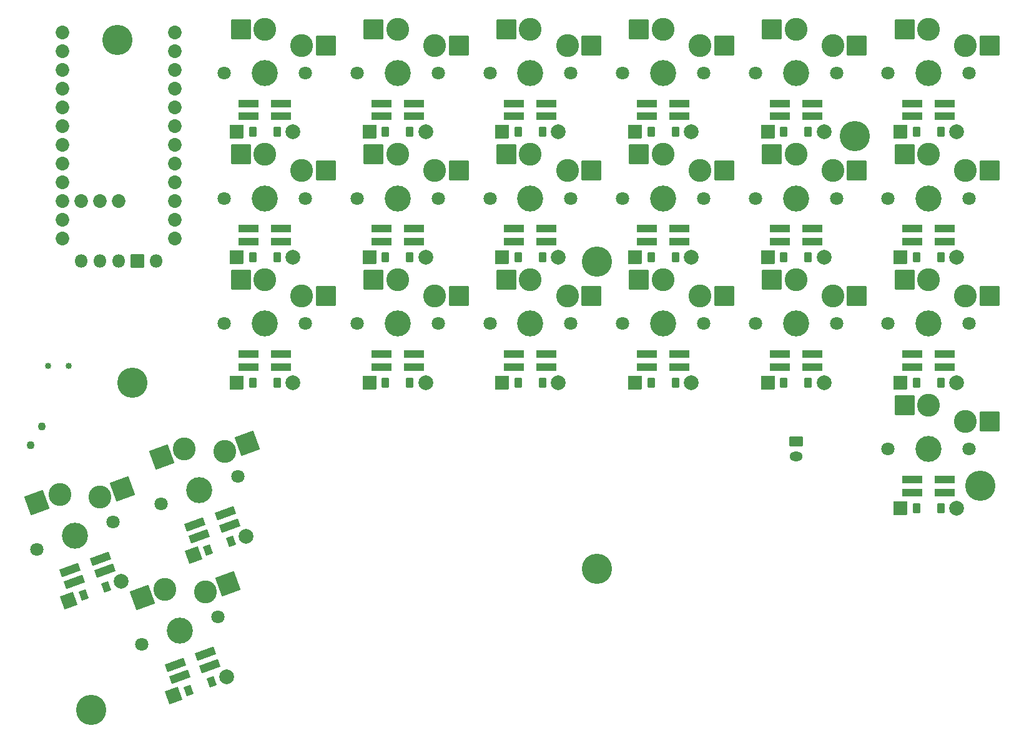
<source format=gbr>
%TF.GenerationSoftware,KiCad,Pcbnew,8.0.5*%
%TF.CreationDate,2024-09-15T18:22:07-04:00*%
%TF.ProjectId,theguy2,74686567-7579-4322-9e6b-696361645f70,v1.0.0*%
%TF.SameCoordinates,Original*%
%TF.FileFunction,Soldermask,Bot*%
%TF.FilePolarity,Negative*%
%FSLAX46Y46*%
G04 Gerber Fmt 4.6, Leading zero omitted, Abs format (unit mm)*
G04 Created by KiCad (PCBNEW 8.0.5) date 2024-09-15 18:22:07*
%MOMM*%
%LPD*%
G01*
G04 APERTURE LIST*
G04 Aperture macros list*
%AMRoundRect*
0 Rectangle with rounded corners*
0 $1 Rounding radius*
0 $2 $3 $4 $5 $6 $7 $8 $9 X,Y pos of 4 corners*
0 Add a 4 corners polygon primitive as box body*
4,1,4,$2,$3,$4,$5,$6,$7,$8,$9,$2,$3,0*
0 Add four circle primitives for the rounded corners*
1,1,$1+$1,$2,$3*
1,1,$1+$1,$4,$5*
1,1,$1+$1,$6,$7*
1,1,$1+$1,$8,$9*
0 Add four rect primitives between the rounded corners*
20,1,$1+$1,$2,$3,$4,$5,0*
20,1,$1+$1,$4,$5,$6,$7,0*
20,1,$1+$1,$6,$7,$8,$9,0*
20,1,$1+$1,$8,$9,$2,$3,0*%
G04 Aperture macros list end*
%ADD10C,1.100000*%
%ADD11RoundRect,0.050000X-1.300000X-0.500000X1.300000X-0.500000X1.300000X0.500000X-1.300000X0.500000X0*%
%ADD12C,1.801800*%
%ADD13C,3.100000*%
%ADD14C,3.529000*%
%ADD15RoundRect,0.050000X-1.300000X-1.300000X1.300000X-1.300000X1.300000X1.300000X-1.300000X1.300000X0*%
%ADD16C,4.100000*%
%ADD17C,1.852600*%
%ADD18RoundRect,0.050000X-0.889000X-0.889000X0.889000X-0.889000X0.889000X0.889000X-0.889000X0.889000X0*%
%ADD19RoundRect,0.050000X-0.450000X-0.600000X0.450000X-0.600000X0.450000X0.600000X-0.450000X0.600000X0*%
%ADD20C,2.005000*%
%ADD21RoundRect,0.050000X-0.776974X-1.666227X1.666227X-0.776974X0.776974X1.666227X-1.666227X0.776974X0*%
%ADD22RoundRect,0.050000X-0.531331X-1.139443X1.139443X-0.531331X0.531331X1.139443X-1.139443X0.531331X0*%
%ADD23RoundRect,0.050000X-0.217650X-0.717725X0.628074X-0.409907X0.217650X0.717725X-0.628074X0.409907X0*%
%ADD24RoundRect,0.050000X-0.850000X0.600000X-0.850000X-0.600000X0.850000X-0.600000X0.850000X0.600000X0*%
%ADD25O,1.800000X1.300000*%
%ADD26C,0.850000*%
%ADD27O,1.800000X1.800000*%
%ADD28RoundRect,0.050000X-0.850000X-0.850000X0.850000X-0.850000X0.850000X0.850000X-0.850000X0.850000X0*%
%ADD29RoundRect,0.050000X-1.050590X-0.914472X1.392610X-0.025220X1.050590X0.914472X-1.392610X0.025220X0*%
G04 APERTURE END LIST*
D10*
%TO.C,T1*%
X177025000Y-105449038D03*
X178525000Y-102850962D03*
%TD*%
D11*
%TO.C,LED4*%
X296575000Y-111825000D03*
X296575000Y-110075000D03*
X300975000Y-110075000D03*
X300975000Y-111825000D03*
%TD*%
%TO.C,LED8*%
X278575000Y-94825000D03*
X278575000Y-93075000D03*
X282975000Y-93075000D03*
X282975000Y-94825000D03*
%TD*%
D12*
%TO.C,S17*%
X221275000Y-88950000D03*
D13*
X226775000Y-83000000D03*
D14*
X226775000Y-88950000D03*
D13*
X231775000Y-85200000D03*
D12*
X232275000Y-88950000D03*
D15*
X223500000Y-83000000D03*
X235050000Y-85200000D03*
%TD*%
D16*
%TO.C,*%
X253775000Y-122200000D03*
%TD*%
D12*
%TO.C,S14*%
X239275000Y-88950000D03*
D13*
X244775000Y-83000000D03*
D14*
X244775000Y-88950000D03*
D13*
X249775000Y-85200000D03*
D12*
X250275000Y-88950000D03*
D15*
X241500000Y-83000000D03*
X253050000Y-85200000D03*
%TD*%
D16*
%TO.C,*%
X288775000Y-63500000D03*
%TD*%
D17*
%TO.C,MCU1*%
X196595000Y-49480000D03*
X196595000Y-52020000D03*
X196595000Y-54560000D03*
X196595000Y-57100000D03*
X196595000Y-59640000D03*
X196595000Y-62180000D03*
X196595000Y-64720000D03*
X196595000Y-67260000D03*
X196595000Y-69800000D03*
X196595000Y-72340000D03*
X196595000Y-74880000D03*
X196595000Y-77420000D03*
X181355000Y-77420000D03*
X181355000Y-74880000D03*
X181355000Y-72340000D03*
X181355000Y-69800000D03*
X181355000Y-67260000D03*
X181355000Y-64720000D03*
X181355000Y-62180000D03*
X181355000Y-59640000D03*
X181355000Y-57100000D03*
X181355000Y-54560000D03*
X181355000Y-52020000D03*
X181355000Y-49480000D03*
X183895000Y-72340000D03*
X186435000Y-72340000D03*
X188975000Y-72340000D03*
%TD*%
D11*
%TO.C,LED17*%
X224575000Y-94825000D03*
X224575000Y-93075000D03*
X228975000Y-93075000D03*
X228975000Y-94825000D03*
%TD*%
D18*
%TO.C,D6*%
X294965000Y-79950000D03*
D19*
X297125000Y-79950000D03*
X300425000Y-79950000D03*
D20*
X302585000Y-79950000D03*
%TD*%
D11*
%TO.C,LED6*%
X296575000Y-77825000D03*
X296575000Y-76075000D03*
X300975000Y-76075000D03*
X300975000Y-77825000D03*
%TD*%
D12*
%TO.C,S11*%
X257275000Y-88950000D03*
D13*
X262775000Y-83000000D03*
D14*
X262775000Y-88950000D03*
D13*
X267775000Y-85200000D03*
D12*
X268275000Y-88950000D03*
D15*
X259500000Y-83000000D03*
X271050000Y-85200000D03*
%TD*%
D12*
%TO.C,S13*%
X257275000Y-54950000D03*
D13*
X262775000Y-49000000D03*
D14*
X262775000Y-54950000D03*
D13*
X267775000Y-51200000D03*
D12*
X268275000Y-54950000D03*
D15*
X259500000Y-49000000D03*
X271050000Y-51200000D03*
%TD*%
D11*
%TO.C,LED10*%
X278575000Y-60825000D03*
X278575000Y-59075000D03*
X282975000Y-59075000D03*
X282975000Y-60825000D03*
%TD*%
%TO.C,LED5*%
X296575000Y-94825000D03*
X296575000Y-93075000D03*
X300975000Y-93075000D03*
X300975000Y-94825000D03*
%TD*%
D18*
%TO.C,D11*%
X258965000Y-96950000D03*
D19*
X261125000Y-96950000D03*
X264425000Y-96950000D03*
D20*
X266585000Y-96950000D03*
%TD*%
D11*
%TO.C,LED15*%
X242575000Y-77825000D03*
X242575000Y-76075000D03*
X246975000Y-76075000D03*
X246975000Y-77825000D03*
%TD*%
D18*
%TO.C,D7*%
X294965000Y-62950000D03*
D19*
X297125000Y-62950000D03*
X300425000Y-62950000D03*
D20*
X302585000Y-62950000D03*
%TD*%
D12*
%TO.C,S23*%
X194735183Y-113423158D03*
D13*
X197868472Y-105950876D03*
D14*
X199903492Y-111542047D03*
D13*
X203319380Y-106308099D03*
D12*
X205071801Y-109660936D03*
D21*
X194790979Y-107070992D03*
X206396873Y-105187983D03*
%TD*%
D18*
%TO.C,D12*%
X258965000Y-79950000D03*
D19*
X261125000Y-79950000D03*
X264425000Y-79950000D03*
D20*
X266585000Y-79950000D03*
%TD*%
D16*
%TO.C,*%
X185217332Y-141363460D03*
%TD*%
D11*
%TO.C,LED14*%
X242575000Y-94825000D03*
X242575000Y-93075000D03*
X246975000Y-93075000D03*
X246975000Y-94825000D03*
%TD*%
D18*
%TO.C,D8*%
X276965000Y-96950000D03*
D19*
X279125000Y-96950000D03*
X282425000Y-96950000D03*
D20*
X284585000Y-96950000D03*
%TD*%
D18*
%TO.C,D13*%
X258965000Y-62950000D03*
D19*
X261125000Y-62950000D03*
X264425000Y-62950000D03*
D20*
X266585000Y-62950000D03*
%TD*%
D18*
%TO.C,D19*%
X222965000Y-62950000D03*
D19*
X225125000Y-62950000D03*
X228425000Y-62950000D03*
D20*
X230585000Y-62950000D03*
%TD*%
D11*
%TO.C,LED18*%
X224575000Y-77825000D03*
X224575000Y-76075000D03*
X228975000Y-76075000D03*
X228975000Y-77825000D03*
%TD*%
D12*
%TO.C,S15*%
X239275000Y-71950000D03*
D13*
X244775000Y-66000000D03*
D14*
X244775000Y-71950000D03*
D13*
X249775000Y-68200000D03*
D12*
X250275000Y-71950000D03*
D15*
X241500000Y-66000000D03*
X253050000Y-68200000D03*
%TD*%
D18*
%TO.C,D17*%
X222965000Y-96950000D03*
D19*
X225125000Y-96950000D03*
X228425000Y-96950000D03*
D20*
X230585000Y-96950000D03*
%TD*%
D16*
%TO.C,*%
X305775000Y-110950000D03*
%TD*%
D11*
%TO.C,LED21*%
X206575000Y-77825000D03*
X206575000Y-76075000D03*
X210975000Y-76075000D03*
X210975000Y-77825000D03*
%TD*%
D18*
%TO.C,D5*%
X294965000Y-96950000D03*
D19*
X297125000Y-96950000D03*
X300425000Y-96950000D03*
D20*
X302585000Y-96950000D03*
%TD*%
D12*
%TO.C,S20*%
X203275000Y-88950000D03*
D13*
X208775000Y-83000000D03*
D14*
X208775000Y-88950000D03*
D13*
X213775000Y-85200000D03*
D12*
X214275000Y-88950000D03*
D15*
X205500000Y-83000000D03*
X217050000Y-85200000D03*
%TD*%
D18*
%TO.C,D20*%
X204965000Y-96950000D03*
D19*
X207125000Y-96950000D03*
X210425000Y-96950000D03*
D20*
X212585000Y-96950000D03*
%TD*%
D11*
%TO.C,LED19*%
X224575000Y-60825000D03*
X224575000Y-59075000D03*
X228975000Y-59075000D03*
X228975000Y-60825000D03*
%TD*%
D18*
%TO.C,D10*%
X276965000Y-62950000D03*
D19*
X279125000Y-62950000D03*
X282425000Y-62950000D03*
D20*
X284585000Y-62950000D03*
%TD*%
D12*
%TO.C,S16*%
X239275000Y-54950000D03*
D13*
X244775000Y-49000000D03*
D14*
X244775000Y-54950000D03*
D13*
X249775000Y-51200000D03*
D12*
X250275000Y-54950000D03*
D15*
X241500000Y-49000000D03*
X253050000Y-51200000D03*
%TD*%
D22*
%TO.C,D25*%
X196416533Y-139415640D03*
D23*
X198446269Y-138676876D03*
X201547255Y-137548210D03*
D20*
X203576991Y-136809446D03*
%TD*%
D12*
%TO.C,S24*%
X177820716Y-119579520D03*
D13*
X180954005Y-112107238D03*
D14*
X182989025Y-117698409D03*
D13*
X186404913Y-112464461D03*
D12*
X188157334Y-115817298D03*
D21*
X177876512Y-113227354D03*
X189482406Y-111344345D03*
%TD*%
D11*
%TO.C,LED9*%
X278575000Y-77825000D03*
X278575000Y-76075000D03*
X282975000Y-76075000D03*
X282975000Y-77825000D03*
%TD*%
D24*
%TO.C,JST1*%
X280775000Y-104950000D03*
D25*
X280775000Y-106950000D03*
%TD*%
D12*
%TO.C,S8*%
X275275000Y-88950000D03*
D13*
X280775000Y-83000000D03*
D14*
X280775000Y-88950000D03*
D13*
X285775000Y-85200000D03*
D12*
X286275000Y-88950000D03*
D15*
X277500000Y-83000000D03*
X289050000Y-85200000D03*
%TD*%
D11*
%TO.C,LED22*%
X206575000Y-60825000D03*
X206575000Y-59075000D03*
X210975000Y-59075000D03*
X210975000Y-60825000D03*
%TD*%
D12*
%TO.C,S7*%
X293275000Y-54950000D03*
D13*
X298775000Y-49000000D03*
D14*
X298775000Y-54950000D03*
D13*
X303775000Y-51200000D03*
D12*
X304275000Y-54950000D03*
D15*
X295500000Y-49000000D03*
X307050000Y-51200000D03*
%TD*%
D18*
%TO.C,D4*%
X294965000Y-113950000D03*
D19*
X297125000Y-113950000D03*
X300425000Y-113950000D03*
D20*
X302585000Y-113950000D03*
%TD*%
D12*
%TO.C,S21*%
X203275000Y-71950000D03*
D13*
X208775000Y-66000000D03*
D14*
X208775000Y-71950000D03*
D13*
X213775000Y-68200000D03*
D12*
X214275000Y-71950000D03*
D15*
X205500000Y-66000000D03*
X217050000Y-68200000D03*
%TD*%
D18*
%TO.C,D15*%
X240965000Y-79950000D03*
D19*
X243125000Y-79950000D03*
X246425000Y-79950000D03*
D20*
X248585000Y-79950000D03*
%TD*%
D12*
%TO.C,S25*%
X192092292Y-132476113D03*
D13*
X195225581Y-125003831D03*
D14*
X197260601Y-130595002D03*
D13*
X200676489Y-125361054D03*
D12*
X202428910Y-128713891D03*
D21*
X192148088Y-126123947D03*
X203753982Y-124240938D03*
%TD*%
D12*
%TO.C,S6*%
X293275000Y-71950000D03*
D13*
X298775000Y-66000000D03*
D14*
X298775000Y-71950000D03*
D13*
X303775000Y-68200000D03*
D12*
X304275000Y-71950000D03*
D15*
X295500000Y-66000000D03*
X307050000Y-68200000D03*
%TD*%
D18*
%TO.C,D18*%
X222965000Y-79950000D03*
D19*
X225125000Y-79950000D03*
X228425000Y-79950000D03*
D20*
X230585000Y-79950000D03*
%TD*%
D26*
%TO.C,B1*%
X179400000Y-94650000D03*
X182150000Y-94650000D03*
%TD*%
D18*
%TO.C,D21*%
X204965000Y-79950000D03*
D19*
X207125000Y-79950000D03*
X210425000Y-79950000D03*
D20*
X212585000Y-79950000D03*
%TD*%
D12*
%TO.C,S10*%
X275275000Y-54950000D03*
D13*
X280775000Y-49000000D03*
D14*
X280775000Y-54950000D03*
D13*
X285775000Y-51200000D03*
D12*
X286275000Y-54950000D03*
D15*
X277500000Y-49000000D03*
X289050000Y-51200000D03*
%TD*%
D12*
%TO.C,S5*%
X293275000Y-88950000D03*
D13*
X298775000Y-83000000D03*
D14*
X298775000Y-88950000D03*
D13*
X303775000Y-85200000D03*
D12*
X304275000Y-88950000D03*
D15*
X295500000Y-83000000D03*
X307050000Y-85200000D03*
%TD*%
D22*
%TO.C,D23*%
X199059424Y-120362684D03*
D23*
X201089160Y-119623920D03*
X204190146Y-118495254D03*
D20*
X206219882Y-117756490D03*
%TD*%
D11*
%TO.C,LED13*%
X260575000Y-60825000D03*
X260575000Y-59075000D03*
X264975000Y-59075000D03*
X264975000Y-60825000D03*
%TD*%
D27*
%TO.C,niceView1*%
X194055000Y-80425000D03*
D28*
X191515000Y-80425000D03*
D27*
X188975000Y-80425000D03*
X186435000Y-80425000D03*
X183895000Y-80425000D03*
%TD*%
D16*
%TO.C,*%
X188775000Y-50450000D03*
%TD*%
D18*
%TO.C,D14*%
X240965000Y-96950000D03*
D19*
X243125000Y-96950000D03*
X246425000Y-96950000D03*
D20*
X248585000Y-96950000D03*
%TD*%
D18*
%TO.C,D16*%
X240965000Y-62950000D03*
D19*
X243125000Y-62950000D03*
X246425000Y-62950000D03*
D20*
X248585000Y-62950000D03*
%TD*%
D16*
%TO.C,*%
X190775000Y-96950000D03*
%TD*%
D11*
%TO.C,LED11*%
X260575000Y-94825000D03*
X260575000Y-93075000D03*
X264975000Y-93075000D03*
X264975000Y-94825000D03*
%TD*%
D29*
%TO.C,LED24*%
X182931070Y-123971547D03*
X182332535Y-122327085D03*
X186467182Y-120822197D03*
X187065717Y-122466659D03*
%TD*%
D12*
%TO.C,S22*%
X203275000Y-54950000D03*
D13*
X208775000Y-49000000D03*
D14*
X208775000Y-54950000D03*
D13*
X213775000Y-51200000D03*
D12*
X214275000Y-54950000D03*
D15*
X205500000Y-49000000D03*
X217050000Y-51200000D03*
%TD*%
D29*
%TO.C,LED23*%
X199845537Y-117815185D03*
X199247002Y-116170723D03*
X203381649Y-114665835D03*
X203980184Y-116310297D03*
%TD*%
D11*
%TO.C,LED12*%
X260575000Y-77825000D03*
X260575000Y-76075000D03*
X264975000Y-76075000D03*
X264975000Y-77825000D03*
%TD*%
%TO.C,LED20*%
X206575000Y-94825000D03*
X206575000Y-93075000D03*
X210975000Y-93075000D03*
X210975000Y-94825000D03*
%TD*%
D12*
%TO.C,S18*%
X221275000Y-71950000D03*
D13*
X226775000Y-66000000D03*
D14*
X226775000Y-71950000D03*
D13*
X231775000Y-68200000D03*
D12*
X232275000Y-71950000D03*
D15*
X223500000Y-66000000D03*
X235050000Y-68200000D03*
%TD*%
D12*
%TO.C,S4*%
X293275000Y-105950000D03*
D13*
X298775000Y-100000000D03*
D14*
X298775000Y-105950000D03*
D13*
X303775000Y-102200000D03*
D12*
X304275000Y-105950000D03*
D15*
X295500000Y-100000000D03*
X307050000Y-102200000D03*
%TD*%
D18*
%TO.C,D22*%
X204965000Y-62950000D03*
D19*
X207125000Y-62950000D03*
X210425000Y-62950000D03*
D20*
X212585000Y-62950000D03*
%TD*%
D29*
%TO.C,LED25*%
X197202646Y-136868140D03*
X196604111Y-135223678D03*
X200738758Y-133718790D03*
X201337293Y-135363252D03*
%TD*%
D16*
%TO.C,*%
X253775000Y-80500000D03*
%TD*%
D22*
%TO.C,D24*%
X182144957Y-126519047D03*
D23*
X184174693Y-125780283D03*
X187275679Y-124651617D03*
D20*
X189305415Y-123912853D03*
%TD*%
D11*
%TO.C,LED7*%
X296575000Y-60825000D03*
X296575000Y-59075000D03*
X300975000Y-59075000D03*
X300975000Y-60825000D03*
%TD*%
D12*
%TO.C,S9*%
X275275000Y-71950000D03*
D13*
X280775000Y-66000000D03*
D14*
X280775000Y-71950000D03*
D13*
X285775000Y-68200000D03*
D12*
X286275000Y-71950000D03*
D15*
X277500000Y-66000000D03*
X289050000Y-68200000D03*
%TD*%
D18*
%TO.C,D9*%
X276965000Y-79950000D03*
D19*
X279125000Y-79950000D03*
X282425000Y-79950000D03*
D20*
X284585000Y-79950000D03*
%TD*%
D11*
%TO.C,LED16*%
X242575000Y-60825000D03*
X242575000Y-59075000D03*
X246975000Y-59075000D03*
X246975000Y-60825000D03*
%TD*%
D12*
%TO.C,S12*%
X257275000Y-71950000D03*
D13*
X262775000Y-66000000D03*
D14*
X262775000Y-71950000D03*
D13*
X267775000Y-68200000D03*
D12*
X268275000Y-71950000D03*
D15*
X259500000Y-66000000D03*
X271050000Y-68200000D03*
%TD*%
D12*
%TO.C,S19*%
X221275000Y-54950000D03*
D13*
X226775000Y-49000000D03*
D14*
X226775000Y-54950000D03*
D13*
X231775000Y-51200000D03*
D12*
X232275000Y-54950000D03*
D15*
X223500000Y-49000000D03*
X235050000Y-51200000D03*
%TD*%
M02*

</source>
